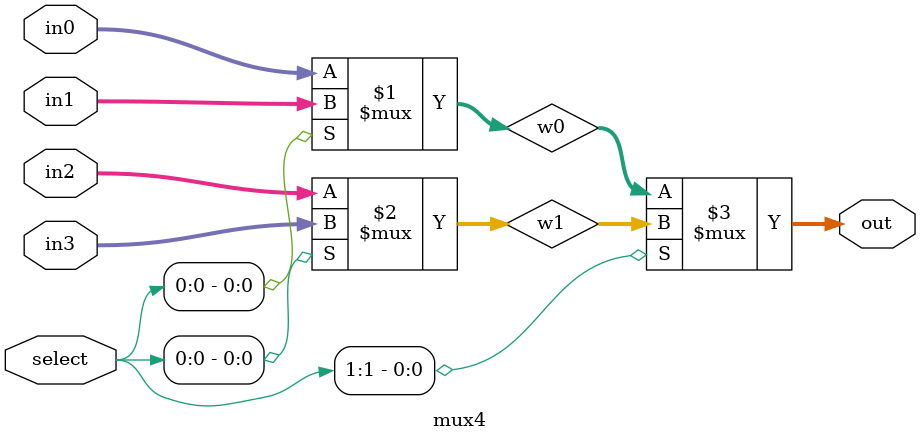
<source format=v>
module mux4(in3,in2,in1, in0, select, out);
	input [1:0] select;
	input [31:0] in3, in2, in1, in0;
	output [31:0] out;
	wire [31:0] w0, w1;
	
	assign w0 = select[0] ? in1 : in0;
	assign w1 = select[0] ? in3 : in2;
	assign out = select[1] ? w1 : w0;

endmodule 
</source>
